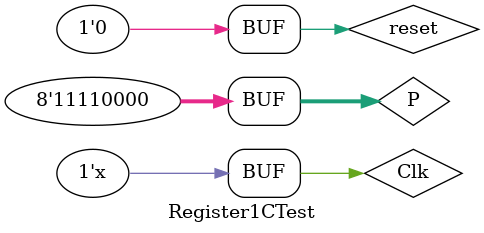
<source format=v>
`timescale 1ns / 1ps


module Register1CTest;

	// Inputs
	reg [7:0] P;
	reg reset;
	reg Clk;

	// Outputs
	wire [7:0] Q;

	// Instantiate the Unit Under Test (UUT)
	Register1C uut (
		.P(P), 
		.reset(reset), 
		.Clk(Clk), 
		.Q(Q)
	);

	initial begin
		// Initialize Inputs
		P = 0;
		reset = 0;
		Clk = 0;
		#623
		P = 1010101;
		#1000
		P = 0101010;
		#1200
		reset = 1;
		#1500
		P = 1110000;
		reset = 0;

		// Wait 100 ns for global reset to finish
		end
		always begin
		#17 Clk = ~Clk;
        
		// Add stimulus here

	end
      
endmodule


</source>
